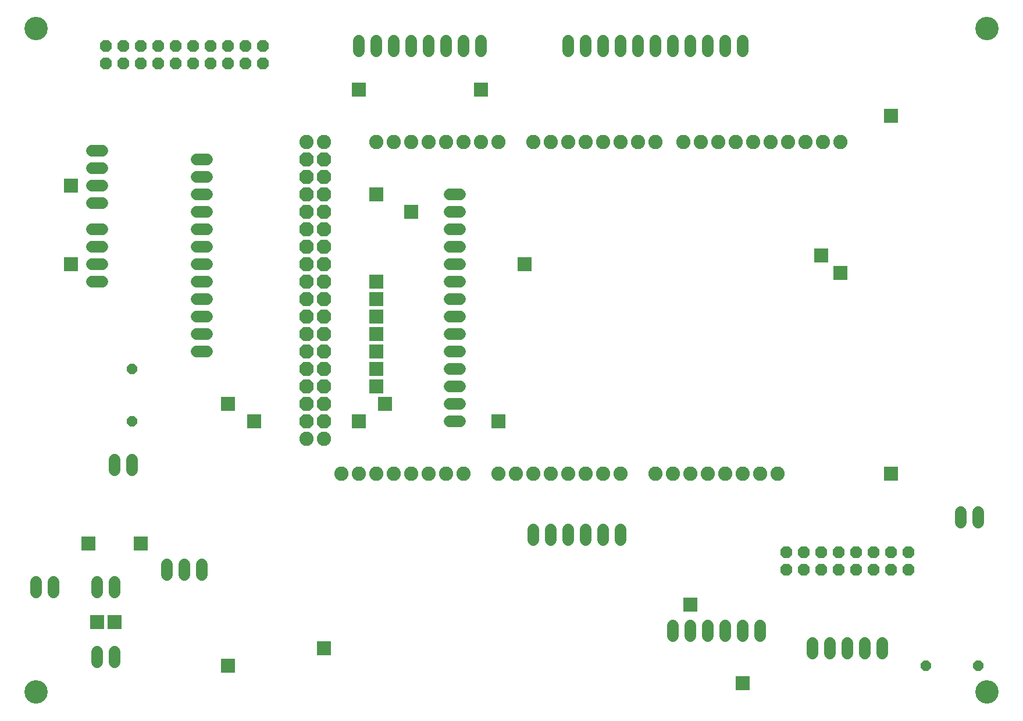
<source format=gbs>
G75*
%MOIN*%
%OFA0B0*%
%FSLAX25Y25*%
%IPPOS*%
%LPD*%
%AMOC8*
5,1,8,0,0,1.08239X$1,22.5*
%
%ADD10C,0.13398*%
%ADD11C,0.06800*%
%ADD12OC8,0.06800*%
%ADD13OC8,0.06000*%
%ADD14C,0.08200*%
%ADD15OC8,0.08200*%
%ADD16R,0.08477X0.08477*%
D10*
X0026800Y0026800D03*
X0026800Y0406800D03*
X0571800Y0406800D03*
X0571800Y0026800D03*
D11*
X0511800Y0048800D02*
X0511800Y0054800D01*
X0501800Y0054800D02*
X0501800Y0048800D01*
X0491800Y0048800D02*
X0491800Y0054800D01*
X0481800Y0054800D02*
X0481800Y0048800D01*
X0471800Y0048800D02*
X0471800Y0054800D01*
X0441800Y0058800D02*
X0441800Y0064800D01*
X0431800Y0064800D02*
X0431800Y0058800D01*
X0421800Y0058800D02*
X0421800Y0064800D01*
X0411800Y0064800D02*
X0411800Y0058800D01*
X0401800Y0058800D02*
X0401800Y0064800D01*
X0391800Y0064800D02*
X0391800Y0058800D01*
X0361800Y0113800D02*
X0361800Y0119800D01*
X0351800Y0119800D02*
X0351800Y0113800D01*
X0341800Y0113800D02*
X0341800Y0119800D01*
X0331800Y0119800D02*
X0331800Y0113800D01*
X0321800Y0113800D02*
X0321800Y0119800D01*
X0311800Y0119800D02*
X0311800Y0113800D01*
X0269800Y0181800D02*
X0263800Y0181800D01*
X0263800Y0191800D02*
X0269800Y0191800D01*
X0269800Y0201800D02*
X0263800Y0201800D01*
X0263800Y0211800D02*
X0269800Y0211800D01*
X0269800Y0221800D02*
X0263800Y0221800D01*
X0263800Y0231800D02*
X0269800Y0231800D01*
X0269800Y0241800D02*
X0263800Y0241800D01*
X0263800Y0251800D02*
X0269800Y0251800D01*
X0269800Y0261800D02*
X0263800Y0261800D01*
X0263800Y0271800D02*
X0269800Y0271800D01*
X0269800Y0281800D02*
X0263800Y0281800D01*
X0263800Y0291800D02*
X0269800Y0291800D01*
X0269800Y0301800D02*
X0263800Y0301800D01*
X0263800Y0311800D02*
X0269800Y0311800D01*
X0271800Y0393800D02*
X0271800Y0399800D01*
X0261800Y0399800D02*
X0261800Y0393800D01*
X0251800Y0393800D02*
X0251800Y0399800D01*
X0241800Y0399800D02*
X0241800Y0393800D01*
X0231800Y0393800D02*
X0231800Y0399800D01*
X0221800Y0399800D02*
X0221800Y0393800D01*
X0211800Y0393800D02*
X0211800Y0399800D01*
X0281800Y0399800D02*
X0281800Y0393800D01*
X0331800Y0393800D02*
X0331800Y0399800D01*
X0341800Y0399800D02*
X0341800Y0393800D01*
X0351800Y0393800D02*
X0351800Y0399800D01*
X0361800Y0399800D02*
X0361800Y0393800D01*
X0371800Y0393800D02*
X0371800Y0399800D01*
X0381800Y0399800D02*
X0381800Y0393800D01*
X0391800Y0393800D02*
X0391800Y0399800D01*
X0401800Y0399800D02*
X0401800Y0393800D01*
X0411800Y0393800D02*
X0411800Y0399800D01*
X0421800Y0399800D02*
X0421800Y0393800D01*
X0431800Y0393800D02*
X0431800Y0399800D01*
X0124800Y0331800D02*
X0118800Y0331800D01*
X0118800Y0321800D02*
X0124800Y0321800D01*
X0124800Y0311800D02*
X0118800Y0311800D01*
X0118800Y0301800D02*
X0124800Y0301800D01*
X0124800Y0291800D02*
X0118800Y0291800D01*
X0118800Y0281800D02*
X0124800Y0281800D01*
X0124800Y0271800D02*
X0118800Y0271800D01*
X0118800Y0261800D02*
X0124800Y0261800D01*
X0124800Y0251800D02*
X0118800Y0251800D01*
X0118800Y0241800D02*
X0124800Y0241800D01*
X0124800Y0231800D02*
X0118800Y0231800D01*
X0118800Y0221800D02*
X0124800Y0221800D01*
X0064800Y0261800D02*
X0058800Y0261800D01*
X0058800Y0271800D02*
X0064800Y0271800D01*
X0064800Y0281800D02*
X0058800Y0281800D01*
X0058800Y0291800D02*
X0064800Y0291800D01*
X0064800Y0306800D02*
X0058800Y0306800D01*
X0058800Y0316800D02*
X0064800Y0316800D01*
X0064800Y0326800D02*
X0058800Y0326800D01*
X0058800Y0336800D02*
X0064800Y0336800D01*
X0071800Y0159800D02*
X0071800Y0153800D01*
X0081800Y0153800D02*
X0081800Y0159800D01*
X0101800Y0099800D02*
X0101800Y0093800D01*
X0111800Y0093800D02*
X0111800Y0099800D01*
X0121800Y0099800D02*
X0121800Y0093800D01*
X0071800Y0089800D02*
X0071800Y0083800D01*
X0061800Y0083800D02*
X0061800Y0089800D01*
X0036800Y0089800D02*
X0036800Y0083800D01*
X0026800Y0083800D02*
X0026800Y0089800D01*
X0061800Y0049800D02*
X0061800Y0043800D01*
X0071800Y0043800D02*
X0071800Y0049800D01*
X0556800Y0123800D02*
X0556800Y0129800D01*
X0566800Y0129800D02*
X0566800Y0123800D01*
D12*
X0526800Y0106800D03*
X0526800Y0096800D03*
X0516800Y0096800D03*
X0516800Y0106800D03*
X0506800Y0106800D03*
X0506800Y0096800D03*
X0496800Y0096800D03*
X0486800Y0096800D03*
X0486800Y0106800D03*
X0496800Y0106800D03*
X0476800Y0106800D03*
X0476800Y0096800D03*
X0466800Y0096800D03*
X0456800Y0096800D03*
X0456800Y0106800D03*
X0466800Y0106800D03*
X0156800Y0386800D03*
X0156800Y0396800D03*
X0146800Y0396800D03*
X0146800Y0386800D03*
X0136800Y0386800D03*
X0126800Y0386800D03*
X0126800Y0396800D03*
X0136800Y0396800D03*
X0116800Y0396800D03*
X0116800Y0386800D03*
X0106800Y0386800D03*
X0096800Y0386800D03*
X0096800Y0396800D03*
X0106800Y0396800D03*
X0086800Y0396800D03*
X0086800Y0386800D03*
X0076800Y0386800D03*
X0066800Y0386800D03*
X0066800Y0396800D03*
X0076800Y0396800D03*
D13*
X0081800Y0211800D03*
X0081800Y0181800D03*
X0536800Y0041800D03*
X0566800Y0041800D03*
D14*
X0451800Y0151800D03*
X0441800Y0151800D03*
X0431800Y0151800D03*
X0421800Y0151800D03*
X0411800Y0151800D03*
X0401800Y0151800D03*
X0391800Y0151800D03*
X0381800Y0151800D03*
X0361800Y0151800D03*
X0351800Y0151800D03*
X0341800Y0151800D03*
X0331800Y0151800D03*
X0321800Y0151800D03*
X0311800Y0151800D03*
X0301800Y0151800D03*
X0291800Y0151800D03*
X0271800Y0151800D03*
X0261800Y0151800D03*
X0251800Y0151800D03*
X0241800Y0151800D03*
X0231800Y0151800D03*
X0221800Y0151800D03*
X0211800Y0151800D03*
X0201800Y0151800D03*
X0191800Y0171800D03*
X0181800Y0171800D03*
X0181800Y0341800D03*
X0191800Y0341800D03*
X0221800Y0341800D03*
X0231800Y0341800D03*
X0241800Y0341800D03*
X0251800Y0341800D03*
X0261800Y0341800D03*
X0271800Y0341800D03*
X0281800Y0341800D03*
X0291800Y0341800D03*
X0311800Y0341800D03*
X0321800Y0341800D03*
X0331800Y0341800D03*
X0341800Y0341800D03*
X0351800Y0341800D03*
X0361800Y0341800D03*
X0371800Y0341800D03*
X0381800Y0341800D03*
X0397800Y0341800D03*
X0407800Y0341800D03*
X0417800Y0341800D03*
X0427800Y0341800D03*
X0437800Y0341800D03*
X0447800Y0341800D03*
X0457800Y0341800D03*
X0467800Y0341800D03*
X0477800Y0341800D03*
X0487800Y0341800D03*
D15*
X0191800Y0331800D03*
X0191800Y0321800D03*
X0181800Y0321800D03*
X0181800Y0331800D03*
X0181800Y0311800D03*
X0181800Y0301800D03*
X0181800Y0291800D03*
X0191800Y0291800D03*
X0191800Y0301800D03*
X0191800Y0311800D03*
X0191800Y0281800D03*
X0191800Y0271800D03*
X0191800Y0261800D03*
X0191800Y0251800D03*
X0181800Y0251800D03*
X0181800Y0261800D03*
X0181800Y0271800D03*
X0181800Y0281800D03*
X0181800Y0241800D03*
X0181800Y0231800D03*
X0181800Y0221800D03*
X0191800Y0221800D03*
X0191800Y0231800D03*
X0191800Y0241800D03*
X0191800Y0211800D03*
X0191800Y0201800D03*
X0191800Y0191800D03*
X0181800Y0191800D03*
X0181800Y0201800D03*
X0181800Y0211800D03*
X0181800Y0181800D03*
X0191800Y0181800D03*
D16*
X0211800Y0181800D03*
X0226800Y0191800D03*
X0221800Y0201800D03*
X0221800Y0211800D03*
X0221800Y0221800D03*
X0221800Y0231800D03*
X0221800Y0241800D03*
X0221800Y0251800D03*
X0221800Y0261800D03*
X0241800Y0301800D03*
X0221800Y0311800D03*
X0211800Y0371800D03*
X0281800Y0371800D03*
X0306800Y0271800D03*
X0291800Y0181800D03*
X0151800Y0181800D03*
X0136800Y0191800D03*
X0046800Y0271800D03*
X0046800Y0316800D03*
X0056800Y0111800D03*
X0086800Y0111800D03*
X0071800Y0066800D03*
X0061800Y0066800D03*
X0136800Y0041800D03*
X0191800Y0051800D03*
X0401800Y0076800D03*
X0431800Y0031800D03*
X0516800Y0151800D03*
X0487800Y0266800D03*
X0476800Y0276800D03*
X0516800Y0356800D03*
M02*

</source>
